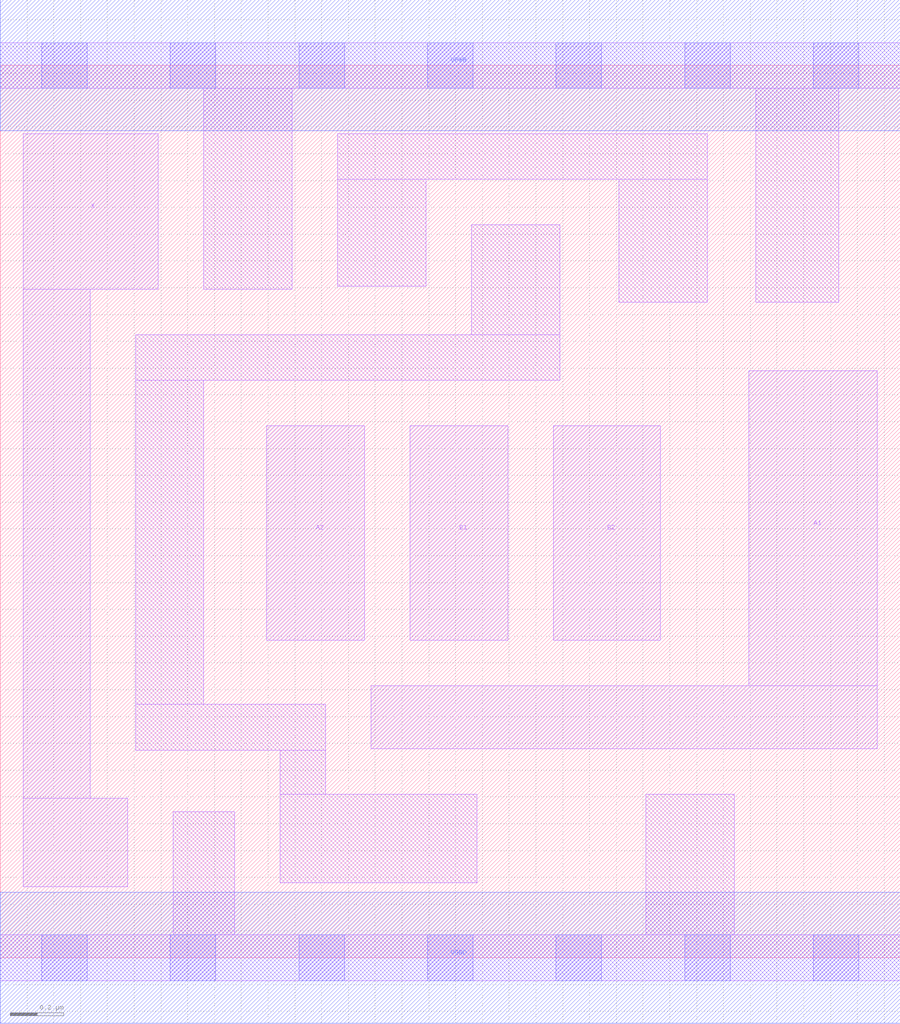
<source format=lef>
# Copyright 2020 The SkyWater PDK Authors
#
# Licensed under the Apache License, Version 2.0 (the "License");
# you may not use this file except in compliance with the License.
# You may obtain a copy of the License at
#
#     https://www.apache.org/licenses/LICENSE-2.0
#
# Unless required by applicable law or agreed to in writing, software
# distributed under the License is distributed on an "AS IS" BASIS,
# WITHOUT WARRANTIES OR CONDITIONS OF ANY KIND, either express or implied.
# See the License for the specific language governing permissions and
# limitations under the License.
#
# SPDX-License-Identifier: Apache-2.0

VERSION 5.7 ;
  NAMESCASESENSITIVE ON ;
  NOWIREEXTENSIONATPIN ON ;
  DIVIDERCHAR "/" ;
  BUSBITCHARS "[]" ;
UNITS
  DATABASE MICRONS 200 ;
END UNITS
MACRO sky130_fd_sc_lp__a22o_0
  CLASS CORE ;
  FOREIGN sky130_fd_sc_lp__a22o_0 ;
  ORIGIN  0.000000  0.000000 ;
  SIZE  3.360000 BY  3.330000 ;
  SYMMETRY X Y R90 ;
  SITE unit ;
  PIN A1
    ANTENNAGATEAREA  0.159000 ;
    DIRECTION INPUT ;
    USE SIGNAL ;
    PORT
      LAYER li1 ;
        RECT 1.385000 0.780000 3.275000 1.015000 ;
        RECT 2.795000 1.015000 3.275000 2.190000 ;
    END
  END A1
  PIN A2
    ANTENNAGATEAREA  0.159000 ;
    DIRECTION INPUT ;
    USE SIGNAL ;
    PORT
      LAYER li1 ;
        RECT 0.995000 1.185000 1.360000 1.985000 ;
    END
  END A2
  PIN B1
    ANTENNAGATEAREA  0.159000 ;
    DIRECTION INPUT ;
    USE SIGNAL ;
    PORT
      LAYER li1 ;
        RECT 1.530000 1.185000 1.895000 1.985000 ;
    END
  END B1
  PIN B2
    ANTENNAGATEAREA  0.159000 ;
    DIRECTION INPUT ;
    USE SIGNAL ;
    PORT
      LAYER li1 ;
        RECT 2.065000 1.185000 2.465000 1.985000 ;
    END
  END B2
  PIN X
    ANTENNADIFFAREA  0.310500 ;
    DIRECTION OUTPUT ;
    USE SIGNAL ;
    PORT
      LAYER li1 ;
        RECT 0.085000 0.265000 0.475000 0.595000 ;
        RECT 0.085000 0.595000 0.335000 2.495000 ;
        RECT 0.085000 2.495000 0.590000 3.075000 ;
    END
  END X
  PIN VGND
    DIRECTION INOUT ;
    USE GROUND ;
    PORT
      LAYER met1 ;
        RECT 0.000000 -0.245000 3.360000 0.245000 ;
    END
  END VGND
  PIN VPWR
    DIRECTION INOUT ;
    USE POWER ;
    PORT
      LAYER met1 ;
        RECT 0.000000 3.085000 3.360000 3.575000 ;
    END
  END VPWR
  OBS
    LAYER li1 ;
      RECT 0.000000 -0.085000 3.360000 0.085000 ;
      RECT 0.000000  3.245000 3.360000 3.415000 ;
      RECT 0.505000  0.775000 1.215000 0.945000 ;
      RECT 0.505000  0.945000 0.760000 2.155000 ;
      RECT 0.505000  2.155000 2.090000 2.325000 ;
      RECT 0.645000  0.085000 0.875000 0.545000 ;
      RECT 0.760000  2.495000 1.090000 3.245000 ;
      RECT 1.045000  0.280000 1.780000 0.610000 ;
      RECT 1.045000  0.610000 1.215000 0.775000 ;
      RECT 1.260000  2.505000 1.590000 2.905000 ;
      RECT 1.260000  2.905000 2.640000 3.075000 ;
      RECT 1.760000  2.325000 2.090000 2.735000 ;
      RECT 2.310000  2.445000 2.640000 2.905000 ;
      RECT 2.410000  0.085000 2.740000 0.610000 ;
      RECT 2.820000  2.445000 3.130000 3.245000 ;
    LAYER mcon ;
      RECT 0.155000 -0.085000 0.325000 0.085000 ;
      RECT 0.155000  3.245000 0.325000 3.415000 ;
      RECT 0.635000 -0.085000 0.805000 0.085000 ;
      RECT 0.635000  3.245000 0.805000 3.415000 ;
      RECT 1.115000 -0.085000 1.285000 0.085000 ;
      RECT 1.115000  3.245000 1.285000 3.415000 ;
      RECT 1.595000 -0.085000 1.765000 0.085000 ;
      RECT 1.595000  3.245000 1.765000 3.415000 ;
      RECT 2.075000 -0.085000 2.245000 0.085000 ;
      RECT 2.075000  3.245000 2.245000 3.415000 ;
      RECT 2.555000 -0.085000 2.725000 0.085000 ;
      RECT 2.555000  3.245000 2.725000 3.415000 ;
      RECT 3.035000 -0.085000 3.205000 0.085000 ;
      RECT 3.035000  3.245000 3.205000 3.415000 ;
  END
END sky130_fd_sc_lp__a22o_0
END LIBRARY

</source>
